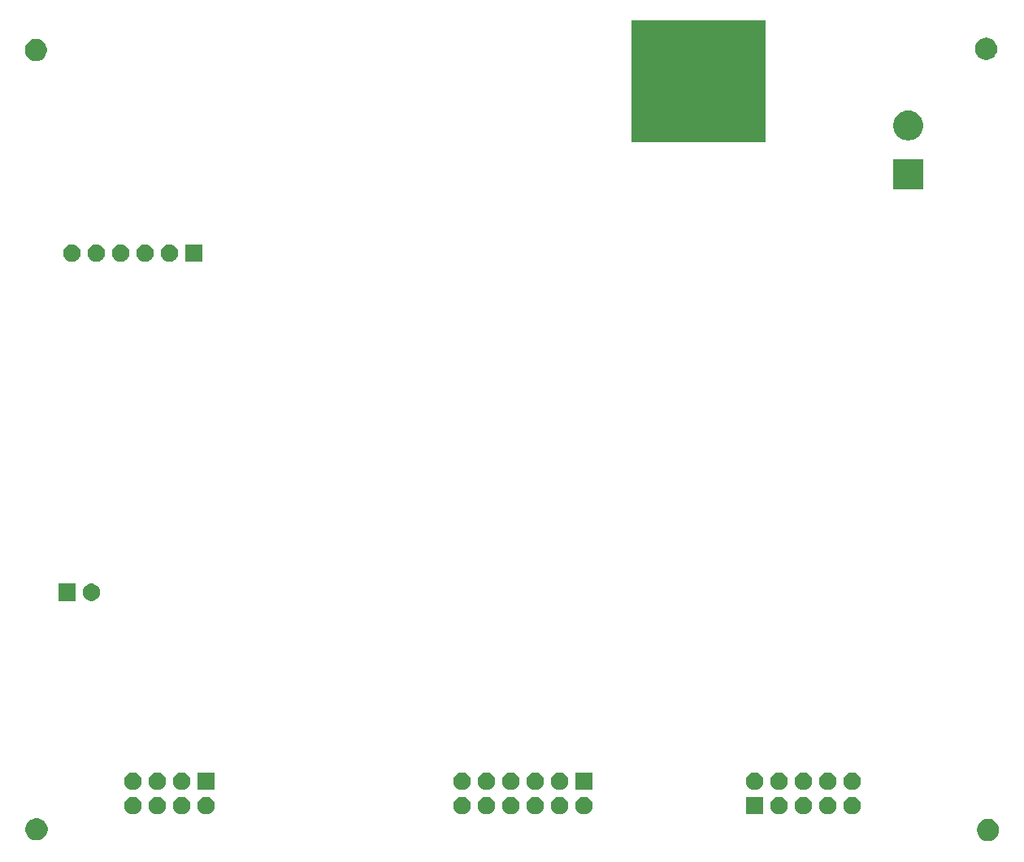
<source format=gbr>
G04 #@! TF.GenerationSoftware,KiCad,Pcbnew,5.1.5-52549c5~84~ubuntu18.04.1*
G04 #@! TF.CreationDate,2020-03-15T18:43:17+00:00*
G04 #@! TF.ProjectId,FunctionGeneratorCortexM4,46756e63-7469-46f6-9e47-656e65726174,B*
G04 #@! TF.SameCoordinates,Original*
G04 #@! TF.FileFunction,Soldermask,Bot*
G04 #@! TF.FilePolarity,Negative*
%FSLAX46Y46*%
G04 Gerber Fmt 4.6, Leading zero omitted, Abs format (unit mm)*
G04 Created by KiCad (PCBNEW 5.1.5-52549c5~84~ubuntu18.04.1) date 2020-03-15 18:43:17*
%MOMM*%
%LPD*%
G04 APERTURE LIST*
%ADD10C,0.100000*%
G04 APERTURE END LIST*
D10*
G36*
X202345049Y-128411116D02*
G01*
X202456234Y-128433232D01*
X202665703Y-128519997D01*
X202854220Y-128645960D01*
X203014540Y-128806280D01*
X203140503Y-128994797D01*
X203227268Y-129204266D01*
X203271500Y-129426636D01*
X203271500Y-129653364D01*
X203227268Y-129875734D01*
X203140503Y-130085203D01*
X203014540Y-130273720D01*
X202854220Y-130434040D01*
X202665703Y-130560003D01*
X202456234Y-130646768D01*
X202345049Y-130668884D01*
X202233865Y-130691000D01*
X202007135Y-130691000D01*
X201895951Y-130668884D01*
X201784766Y-130646768D01*
X201575297Y-130560003D01*
X201386780Y-130434040D01*
X201226460Y-130273720D01*
X201100497Y-130085203D01*
X201013732Y-129875734D01*
X200969500Y-129653364D01*
X200969500Y-129426636D01*
X201013732Y-129204266D01*
X201100497Y-128994797D01*
X201226460Y-128806280D01*
X201386780Y-128645960D01*
X201575297Y-128519997D01*
X201784766Y-128433232D01*
X201895951Y-128411116D01*
X202007135Y-128389000D01*
X202233865Y-128389000D01*
X202345049Y-128411116D01*
G37*
G36*
X103221549Y-128347616D02*
G01*
X103332734Y-128369732D01*
X103542203Y-128456497D01*
X103730720Y-128582460D01*
X103891040Y-128742780D01*
X104017003Y-128931297D01*
X104103768Y-129140766D01*
X104148000Y-129363136D01*
X104148000Y-129589864D01*
X104103768Y-129812234D01*
X104017003Y-130021703D01*
X103891040Y-130210220D01*
X103730720Y-130370540D01*
X103542203Y-130496503D01*
X103332734Y-130583268D01*
X103221549Y-130605384D01*
X103110365Y-130627500D01*
X102883635Y-130627500D01*
X102772451Y-130605384D01*
X102661266Y-130583268D01*
X102451797Y-130496503D01*
X102263280Y-130370540D01*
X102102960Y-130210220D01*
X101976997Y-130021703D01*
X101890232Y-129812234D01*
X101846000Y-129589864D01*
X101846000Y-129363136D01*
X101890232Y-129140766D01*
X101976997Y-128931297D01*
X102102960Y-128742780D01*
X102263280Y-128582460D01*
X102451797Y-128456497D01*
X102661266Y-128369732D01*
X102772451Y-128347616D01*
X102883635Y-128325500D01*
X103110365Y-128325500D01*
X103221549Y-128347616D01*
G37*
G36*
X178714600Y-127914600D02*
G01*
X176885400Y-127914600D01*
X176885400Y-126085400D01*
X178714600Y-126085400D01*
X178714600Y-127914600D01*
G37*
G36*
X120916778Y-126120547D02*
G01*
X121083224Y-126189491D01*
X121233022Y-126289583D01*
X121360417Y-126416978D01*
X121460509Y-126566776D01*
X121529453Y-126733222D01*
X121564600Y-126909918D01*
X121564600Y-127090082D01*
X121529453Y-127266778D01*
X121460509Y-127433224D01*
X121360417Y-127583022D01*
X121233022Y-127710417D01*
X121083224Y-127810509D01*
X120916778Y-127879453D01*
X120740082Y-127914600D01*
X120559918Y-127914600D01*
X120383222Y-127879453D01*
X120216776Y-127810509D01*
X120066978Y-127710417D01*
X119939583Y-127583022D01*
X119839491Y-127433224D01*
X119770547Y-127266778D01*
X119735400Y-127090082D01*
X119735400Y-126909918D01*
X119770547Y-126733222D01*
X119839491Y-126566776D01*
X119939583Y-126416978D01*
X120066978Y-126289583D01*
X120216776Y-126189491D01*
X120383222Y-126120547D01*
X120559918Y-126085400D01*
X120740082Y-126085400D01*
X120916778Y-126120547D01*
G37*
G36*
X188226778Y-126120547D02*
G01*
X188393224Y-126189491D01*
X188543022Y-126289583D01*
X188670417Y-126416978D01*
X188770509Y-126566776D01*
X188839453Y-126733222D01*
X188874600Y-126909918D01*
X188874600Y-127090082D01*
X188839453Y-127266778D01*
X188770509Y-127433224D01*
X188670417Y-127583022D01*
X188543022Y-127710417D01*
X188393224Y-127810509D01*
X188226778Y-127879453D01*
X188050082Y-127914600D01*
X187869918Y-127914600D01*
X187693222Y-127879453D01*
X187526776Y-127810509D01*
X187376978Y-127710417D01*
X187249583Y-127583022D01*
X187149491Y-127433224D01*
X187080547Y-127266778D01*
X187045400Y-127090082D01*
X187045400Y-126909918D01*
X187080547Y-126733222D01*
X187149491Y-126566776D01*
X187249583Y-126416978D01*
X187376978Y-126289583D01*
X187526776Y-126189491D01*
X187693222Y-126120547D01*
X187869918Y-126085400D01*
X188050082Y-126085400D01*
X188226778Y-126120547D01*
G37*
G36*
X183146778Y-126120547D02*
G01*
X183313224Y-126189491D01*
X183463022Y-126289583D01*
X183590417Y-126416978D01*
X183690509Y-126566776D01*
X183759453Y-126733222D01*
X183794600Y-126909918D01*
X183794600Y-127090082D01*
X183759453Y-127266778D01*
X183690509Y-127433224D01*
X183590417Y-127583022D01*
X183463022Y-127710417D01*
X183313224Y-127810509D01*
X183146778Y-127879453D01*
X182970082Y-127914600D01*
X182789918Y-127914600D01*
X182613222Y-127879453D01*
X182446776Y-127810509D01*
X182296978Y-127710417D01*
X182169583Y-127583022D01*
X182069491Y-127433224D01*
X182000547Y-127266778D01*
X181965400Y-127090082D01*
X181965400Y-126909918D01*
X182000547Y-126733222D01*
X182069491Y-126566776D01*
X182169583Y-126416978D01*
X182296978Y-126289583D01*
X182446776Y-126189491D01*
X182613222Y-126120547D01*
X182789918Y-126085400D01*
X182970082Y-126085400D01*
X183146778Y-126120547D01*
G37*
G36*
X180606778Y-126120547D02*
G01*
X180773224Y-126189491D01*
X180923022Y-126289583D01*
X181050417Y-126416978D01*
X181150509Y-126566776D01*
X181219453Y-126733222D01*
X181254600Y-126909918D01*
X181254600Y-127090082D01*
X181219453Y-127266778D01*
X181150509Y-127433224D01*
X181050417Y-127583022D01*
X180923022Y-127710417D01*
X180773224Y-127810509D01*
X180606778Y-127879453D01*
X180430082Y-127914600D01*
X180249918Y-127914600D01*
X180073222Y-127879453D01*
X179906776Y-127810509D01*
X179756978Y-127710417D01*
X179629583Y-127583022D01*
X179529491Y-127433224D01*
X179460547Y-127266778D01*
X179425400Y-127090082D01*
X179425400Y-126909918D01*
X179460547Y-126733222D01*
X179529491Y-126566776D01*
X179629583Y-126416978D01*
X179756978Y-126289583D01*
X179906776Y-126189491D01*
X180073222Y-126120547D01*
X180249918Y-126085400D01*
X180430082Y-126085400D01*
X180606778Y-126120547D01*
G37*
G36*
X147586778Y-126120547D02*
G01*
X147753224Y-126189491D01*
X147903022Y-126289583D01*
X148030417Y-126416978D01*
X148130509Y-126566776D01*
X148199453Y-126733222D01*
X148234600Y-126909918D01*
X148234600Y-127090082D01*
X148199453Y-127266778D01*
X148130509Y-127433224D01*
X148030417Y-127583022D01*
X147903022Y-127710417D01*
X147753224Y-127810509D01*
X147586778Y-127879453D01*
X147410082Y-127914600D01*
X147229918Y-127914600D01*
X147053222Y-127879453D01*
X146886776Y-127810509D01*
X146736978Y-127710417D01*
X146609583Y-127583022D01*
X146509491Y-127433224D01*
X146440547Y-127266778D01*
X146405400Y-127090082D01*
X146405400Y-126909918D01*
X146440547Y-126733222D01*
X146509491Y-126566776D01*
X146609583Y-126416978D01*
X146736978Y-126289583D01*
X146886776Y-126189491D01*
X147053222Y-126120547D01*
X147229918Y-126085400D01*
X147410082Y-126085400D01*
X147586778Y-126120547D01*
G37*
G36*
X150126778Y-126120547D02*
G01*
X150293224Y-126189491D01*
X150443022Y-126289583D01*
X150570417Y-126416978D01*
X150670509Y-126566776D01*
X150739453Y-126733222D01*
X150774600Y-126909918D01*
X150774600Y-127090082D01*
X150739453Y-127266778D01*
X150670509Y-127433224D01*
X150570417Y-127583022D01*
X150443022Y-127710417D01*
X150293224Y-127810509D01*
X150126778Y-127879453D01*
X149950082Y-127914600D01*
X149769918Y-127914600D01*
X149593222Y-127879453D01*
X149426776Y-127810509D01*
X149276978Y-127710417D01*
X149149583Y-127583022D01*
X149049491Y-127433224D01*
X148980547Y-127266778D01*
X148945400Y-127090082D01*
X148945400Y-126909918D01*
X148980547Y-126733222D01*
X149049491Y-126566776D01*
X149149583Y-126416978D01*
X149276978Y-126289583D01*
X149426776Y-126189491D01*
X149593222Y-126120547D01*
X149769918Y-126085400D01*
X149950082Y-126085400D01*
X150126778Y-126120547D01*
G37*
G36*
X152666778Y-126120547D02*
G01*
X152833224Y-126189491D01*
X152983022Y-126289583D01*
X153110417Y-126416978D01*
X153210509Y-126566776D01*
X153279453Y-126733222D01*
X153314600Y-126909918D01*
X153314600Y-127090082D01*
X153279453Y-127266778D01*
X153210509Y-127433224D01*
X153110417Y-127583022D01*
X152983022Y-127710417D01*
X152833224Y-127810509D01*
X152666778Y-127879453D01*
X152490082Y-127914600D01*
X152309918Y-127914600D01*
X152133222Y-127879453D01*
X151966776Y-127810509D01*
X151816978Y-127710417D01*
X151689583Y-127583022D01*
X151589491Y-127433224D01*
X151520547Y-127266778D01*
X151485400Y-127090082D01*
X151485400Y-126909918D01*
X151520547Y-126733222D01*
X151589491Y-126566776D01*
X151689583Y-126416978D01*
X151816978Y-126289583D01*
X151966776Y-126189491D01*
X152133222Y-126120547D01*
X152309918Y-126085400D01*
X152490082Y-126085400D01*
X152666778Y-126120547D01*
G37*
G36*
X155206778Y-126120547D02*
G01*
X155373224Y-126189491D01*
X155523022Y-126289583D01*
X155650417Y-126416978D01*
X155750509Y-126566776D01*
X155819453Y-126733222D01*
X155854600Y-126909918D01*
X155854600Y-127090082D01*
X155819453Y-127266778D01*
X155750509Y-127433224D01*
X155650417Y-127583022D01*
X155523022Y-127710417D01*
X155373224Y-127810509D01*
X155206778Y-127879453D01*
X155030082Y-127914600D01*
X154849918Y-127914600D01*
X154673222Y-127879453D01*
X154506776Y-127810509D01*
X154356978Y-127710417D01*
X154229583Y-127583022D01*
X154129491Y-127433224D01*
X154060547Y-127266778D01*
X154025400Y-127090082D01*
X154025400Y-126909918D01*
X154060547Y-126733222D01*
X154129491Y-126566776D01*
X154229583Y-126416978D01*
X154356978Y-126289583D01*
X154506776Y-126189491D01*
X154673222Y-126120547D01*
X154849918Y-126085400D01*
X155030082Y-126085400D01*
X155206778Y-126120547D01*
G37*
G36*
X157746778Y-126120547D02*
G01*
X157913224Y-126189491D01*
X158063022Y-126289583D01*
X158190417Y-126416978D01*
X158290509Y-126566776D01*
X158359453Y-126733222D01*
X158394600Y-126909918D01*
X158394600Y-127090082D01*
X158359453Y-127266778D01*
X158290509Y-127433224D01*
X158190417Y-127583022D01*
X158063022Y-127710417D01*
X157913224Y-127810509D01*
X157746778Y-127879453D01*
X157570082Y-127914600D01*
X157389918Y-127914600D01*
X157213222Y-127879453D01*
X157046776Y-127810509D01*
X156896978Y-127710417D01*
X156769583Y-127583022D01*
X156669491Y-127433224D01*
X156600547Y-127266778D01*
X156565400Y-127090082D01*
X156565400Y-126909918D01*
X156600547Y-126733222D01*
X156669491Y-126566776D01*
X156769583Y-126416978D01*
X156896978Y-126289583D01*
X157046776Y-126189491D01*
X157213222Y-126120547D01*
X157389918Y-126085400D01*
X157570082Y-126085400D01*
X157746778Y-126120547D01*
G37*
G36*
X160286778Y-126120547D02*
G01*
X160453224Y-126189491D01*
X160603022Y-126289583D01*
X160730417Y-126416978D01*
X160830509Y-126566776D01*
X160899453Y-126733222D01*
X160934600Y-126909918D01*
X160934600Y-127090082D01*
X160899453Y-127266778D01*
X160830509Y-127433224D01*
X160730417Y-127583022D01*
X160603022Y-127710417D01*
X160453224Y-127810509D01*
X160286778Y-127879453D01*
X160110082Y-127914600D01*
X159929918Y-127914600D01*
X159753222Y-127879453D01*
X159586776Y-127810509D01*
X159436978Y-127710417D01*
X159309583Y-127583022D01*
X159209491Y-127433224D01*
X159140547Y-127266778D01*
X159105400Y-127090082D01*
X159105400Y-126909918D01*
X159140547Y-126733222D01*
X159209491Y-126566776D01*
X159309583Y-126416978D01*
X159436978Y-126289583D01*
X159586776Y-126189491D01*
X159753222Y-126120547D01*
X159929918Y-126085400D01*
X160110082Y-126085400D01*
X160286778Y-126120547D01*
G37*
G36*
X113296778Y-126120547D02*
G01*
X113463224Y-126189491D01*
X113613022Y-126289583D01*
X113740417Y-126416978D01*
X113840509Y-126566776D01*
X113909453Y-126733222D01*
X113944600Y-126909918D01*
X113944600Y-127090082D01*
X113909453Y-127266778D01*
X113840509Y-127433224D01*
X113740417Y-127583022D01*
X113613022Y-127710417D01*
X113463224Y-127810509D01*
X113296778Y-127879453D01*
X113120082Y-127914600D01*
X112939918Y-127914600D01*
X112763222Y-127879453D01*
X112596776Y-127810509D01*
X112446978Y-127710417D01*
X112319583Y-127583022D01*
X112219491Y-127433224D01*
X112150547Y-127266778D01*
X112115400Y-127090082D01*
X112115400Y-126909918D01*
X112150547Y-126733222D01*
X112219491Y-126566776D01*
X112319583Y-126416978D01*
X112446978Y-126289583D01*
X112596776Y-126189491D01*
X112763222Y-126120547D01*
X112939918Y-126085400D01*
X113120082Y-126085400D01*
X113296778Y-126120547D01*
G37*
G36*
X115836778Y-126120547D02*
G01*
X116003224Y-126189491D01*
X116153022Y-126289583D01*
X116280417Y-126416978D01*
X116380509Y-126566776D01*
X116449453Y-126733222D01*
X116484600Y-126909918D01*
X116484600Y-127090082D01*
X116449453Y-127266778D01*
X116380509Y-127433224D01*
X116280417Y-127583022D01*
X116153022Y-127710417D01*
X116003224Y-127810509D01*
X115836778Y-127879453D01*
X115660082Y-127914600D01*
X115479918Y-127914600D01*
X115303222Y-127879453D01*
X115136776Y-127810509D01*
X114986978Y-127710417D01*
X114859583Y-127583022D01*
X114759491Y-127433224D01*
X114690547Y-127266778D01*
X114655400Y-127090082D01*
X114655400Y-126909918D01*
X114690547Y-126733222D01*
X114759491Y-126566776D01*
X114859583Y-126416978D01*
X114986978Y-126289583D01*
X115136776Y-126189491D01*
X115303222Y-126120547D01*
X115479918Y-126085400D01*
X115660082Y-126085400D01*
X115836778Y-126120547D01*
G37*
G36*
X185686778Y-126120547D02*
G01*
X185853224Y-126189491D01*
X186003022Y-126289583D01*
X186130417Y-126416978D01*
X186230509Y-126566776D01*
X186299453Y-126733222D01*
X186334600Y-126909918D01*
X186334600Y-127090082D01*
X186299453Y-127266778D01*
X186230509Y-127433224D01*
X186130417Y-127583022D01*
X186003022Y-127710417D01*
X185853224Y-127810509D01*
X185686778Y-127879453D01*
X185510082Y-127914600D01*
X185329918Y-127914600D01*
X185153222Y-127879453D01*
X184986776Y-127810509D01*
X184836978Y-127710417D01*
X184709583Y-127583022D01*
X184609491Y-127433224D01*
X184540547Y-127266778D01*
X184505400Y-127090082D01*
X184505400Y-126909918D01*
X184540547Y-126733222D01*
X184609491Y-126566776D01*
X184709583Y-126416978D01*
X184836978Y-126289583D01*
X184986776Y-126189491D01*
X185153222Y-126120547D01*
X185329918Y-126085400D01*
X185510082Y-126085400D01*
X185686778Y-126120547D01*
G37*
G36*
X118376778Y-126120547D02*
G01*
X118543224Y-126189491D01*
X118693022Y-126289583D01*
X118820417Y-126416978D01*
X118920509Y-126566776D01*
X118989453Y-126733222D01*
X119024600Y-126909918D01*
X119024600Y-127090082D01*
X118989453Y-127266778D01*
X118920509Y-127433224D01*
X118820417Y-127583022D01*
X118693022Y-127710417D01*
X118543224Y-127810509D01*
X118376778Y-127879453D01*
X118200082Y-127914600D01*
X118019918Y-127914600D01*
X117843222Y-127879453D01*
X117676776Y-127810509D01*
X117526978Y-127710417D01*
X117399583Y-127583022D01*
X117299491Y-127433224D01*
X117230547Y-127266778D01*
X117195400Y-127090082D01*
X117195400Y-126909918D01*
X117230547Y-126733222D01*
X117299491Y-126566776D01*
X117399583Y-126416978D01*
X117526978Y-126289583D01*
X117676776Y-126189491D01*
X117843222Y-126120547D01*
X118019918Y-126085400D01*
X118200082Y-126085400D01*
X118376778Y-126120547D01*
G37*
G36*
X147586778Y-123580547D02*
G01*
X147753224Y-123649491D01*
X147903022Y-123749583D01*
X148030417Y-123876978D01*
X148130509Y-124026776D01*
X148199453Y-124193222D01*
X148234600Y-124369918D01*
X148234600Y-124550082D01*
X148199453Y-124726778D01*
X148130509Y-124893224D01*
X148030417Y-125043022D01*
X147903022Y-125170417D01*
X147753224Y-125270509D01*
X147586778Y-125339453D01*
X147410082Y-125374600D01*
X147229918Y-125374600D01*
X147053222Y-125339453D01*
X146886776Y-125270509D01*
X146736978Y-125170417D01*
X146609583Y-125043022D01*
X146509491Y-124893224D01*
X146440547Y-124726778D01*
X146405400Y-124550082D01*
X146405400Y-124369918D01*
X146440547Y-124193222D01*
X146509491Y-124026776D01*
X146609583Y-123876978D01*
X146736978Y-123749583D01*
X146886776Y-123649491D01*
X147053222Y-123580547D01*
X147229918Y-123545400D01*
X147410082Y-123545400D01*
X147586778Y-123580547D01*
G37*
G36*
X185686778Y-123580547D02*
G01*
X185853224Y-123649491D01*
X186003022Y-123749583D01*
X186130417Y-123876978D01*
X186230509Y-124026776D01*
X186299453Y-124193222D01*
X186334600Y-124369918D01*
X186334600Y-124550082D01*
X186299453Y-124726778D01*
X186230509Y-124893224D01*
X186130417Y-125043022D01*
X186003022Y-125170417D01*
X185853224Y-125270509D01*
X185686778Y-125339453D01*
X185510082Y-125374600D01*
X185329918Y-125374600D01*
X185153222Y-125339453D01*
X184986776Y-125270509D01*
X184836978Y-125170417D01*
X184709583Y-125043022D01*
X184609491Y-124893224D01*
X184540547Y-124726778D01*
X184505400Y-124550082D01*
X184505400Y-124369918D01*
X184540547Y-124193222D01*
X184609491Y-124026776D01*
X184709583Y-123876978D01*
X184836978Y-123749583D01*
X184986776Y-123649491D01*
X185153222Y-123580547D01*
X185329918Y-123545400D01*
X185510082Y-123545400D01*
X185686778Y-123580547D01*
G37*
G36*
X118376778Y-123580547D02*
G01*
X118543224Y-123649491D01*
X118693022Y-123749583D01*
X118820417Y-123876978D01*
X118920509Y-124026776D01*
X118989453Y-124193222D01*
X119024600Y-124369918D01*
X119024600Y-124550082D01*
X118989453Y-124726778D01*
X118920509Y-124893224D01*
X118820417Y-125043022D01*
X118693022Y-125170417D01*
X118543224Y-125270509D01*
X118376778Y-125339453D01*
X118200082Y-125374600D01*
X118019918Y-125374600D01*
X117843222Y-125339453D01*
X117676776Y-125270509D01*
X117526978Y-125170417D01*
X117399583Y-125043022D01*
X117299491Y-124893224D01*
X117230547Y-124726778D01*
X117195400Y-124550082D01*
X117195400Y-124369918D01*
X117230547Y-124193222D01*
X117299491Y-124026776D01*
X117399583Y-123876978D01*
X117526978Y-123749583D01*
X117676776Y-123649491D01*
X117843222Y-123580547D01*
X118019918Y-123545400D01*
X118200082Y-123545400D01*
X118376778Y-123580547D01*
G37*
G36*
X121564600Y-125374600D02*
G01*
X119735400Y-125374600D01*
X119735400Y-123545400D01*
X121564600Y-123545400D01*
X121564600Y-125374600D01*
G37*
G36*
X115836778Y-123580547D02*
G01*
X116003224Y-123649491D01*
X116153022Y-123749583D01*
X116280417Y-123876978D01*
X116380509Y-124026776D01*
X116449453Y-124193222D01*
X116484600Y-124369918D01*
X116484600Y-124550082D01*
X116449453Y-124726778D01*
X116380509Y-124893224D01*
X116280417Y-125043022D01*
X116153022Y-125170417D01*
X116003224Y-125270509D01*
X115836778Y-125339453D01*
X115660082Y-125374600D01*
X115479918Y-125374600D01*
X115303222Y-125339453D01*
X115136776Y-125270509D01*
X114986978Y-125170417D01*
X114859583Y-125043022D01*
X114759491Y-124893224D01*
X114690547Y-124726778D01*
X114655400Y-124550082D01*
X114655400Y-124369918D01*
X114690547Y-124193222D01*
X114759491Y-124026776D01*
X114859583Y-123876978D01*
X114986978Y-123749583D01*
X115136776Y-123649491D01*
X115303222Y-123580547D01*
X115479918Y-123545400D01*
X115660082Y-123545400D01*
X115836778Y-123580547D01*
G37*
G36*
X113296778Y-123580547D02*
G01*
X113463224Y-123649491D01*
X113613022Y-123749583D01*
X113740417Y-123876978D01*
X113840509Y-124026776D01*
X113909453Y-124193222D01*
X113944600Y-124369918D01*
X113944600Y-124550082D01*
X113909453Y-124726778D01*
X113840509Y-124893224D01*
X113740417Y-125043022D01*
X113613022Y-125170417D01*
X113463224Y-125270509D01*
X113296778Y-125339453D01*
X113120082Y-125374600D01*
X112939918Y-125374600D01*
X112763222Y-125339453D01*
X112596776Y-125270509D01*
X112446978Y-125170417D01*
X112319583Y-125043022D01*
X112219491Y-124893224D01*
X112150547Y-124726778D01*
X112115400Y-124550082D01*
X112115400Y-124369918D01*
X112150547Y-124193222D01*
X112219491Y-124026776D01*
X112319583Y-123876978D01*
X112446978Y-123749583D01*
X112596776Y-123649491D01*
X112763222Y-123580547D01*
X112939918Y-123545400D01*
X113120082Y-123545400D01*
X113296778Y-123580547D01*
G37*
G36*
X160934600Y-125374600D02*
G01*
X159105400Y-125374600D01*
X159105400Y-123545400D01*
X160934600Y-123545400D01*
X160934600Y-125374600D01*
G37*
G36*
X157746778Y-123580547D02*
G01*
X157913224Y-123649491D01*
X158063022Y-123749583D01*
X158190417Y-123876978D01*
X158290509Y-124026776D01*
X158359453Y-124193222D01*
X158394600Y-124369918D01*
X158394600Y-124550082D01*
X158359453Y-124726778D01*
X158290509Y-124893224D01*
X158190417Y-125043022D01*
X158063022Y-125170417D01*
X157913224Y-125270509D01*
X157746778Y-125339453D01*
X157570082Y-125374600D01*
X157389918Y-125374600D01*
X157213222Y-125339453D01*
X157046776Y-125270509D01*
X156896978Y-125170417D01*
X156769583Y-125043022D01*
X156669491Y-124893224D01*
X156600547Y-124726778D01*
X156565400Y-124550082D01*
X156565400Y-124369918D01*
X156600547Y-124193222D01*
X156669491Y-124026776D01*
X156769583Y-123876978D01*
X156896978Y-123749583D01*
X157046776Y-123649491D01*
X157213222Y-123580547D01*
X157389918Y-123545400D01*
X157570082Y-123545400D01*
X157746778Y-123580547D01*
G37*
G36*
X152666778Y-123580547D02*
G01*
X152833224Y-123649491D01*
X152983022Y-123749583D01*
X153110417Y-123876978D01*
X153210509Y-124026776D01*
X153279453Y-124193222D01*
X153314600Y-124369918D01*
X153314600Y-124550082D01*
X153279453Y-124726778D01*
X153210509Y-124893224D01*
X153110417Y-125043022D01*
X152983022Y-125170417D01*
X152833224Y-125270509D01*
X152666778Y-125339453D01*
X152490082Y-125374600D01*
X152309918Y-125374600D01*
X152133222Y-125339453D01*
X151966776Y-125270509D01*
X151816978Y-125170417D01*
X151689583Y-125043022D01*
X151589491Y-124893224D01*
X151520547Y-124726778D01*
X151485400Y-124550082D01*
X151485400Y-124369918D01*
X151520547Y-124193222D01*
X151589491Y-124026776D01*
X151689583Y-123876978D01*
X151816978Y-123749583D01*
X151966776Y-123649491D01*
X152133222Y-123580547D01*
X152309918Y-123545400D01*
X152490082Y-123545400D01*
X152666778Y-123580547D01*
G37*
G36*
X188226778Y-123580547D02*
G01*
X188393224Y-123649491D01*
X188543022Y-123749583D01*
X188670417Y-123876978D01*
X188770509Y-124026776D01*
X188839453Y-124193222D01*
X188874600Y-124369918D01*
X188874600Y-124550082D01*
X188839453Y-124726778D01*
X188770509Y-124893224D01*
X188670417Y-125043022D01*
X188543022Y-125170417D01*
X188393224Y-125270509D01*
X188226778Y-125339453D01*
X188050082Y-125374600D01*
X187869918Y-125374600D01*
X187693222Y-125339453D01*
X187526776Y-125270509D01*
X187376978Y-125170417D01*
X187249583Y-125043022D01*
X187149491Y-124893224D01*
X187080547Y-124726778D01*
X187045400Y-124550082D01*
X187045400Y-124369918D01*
X187080547Y-124193222D01*
X187149491Y-124026776D01*
X187249583Y-123876978D01*
X187376978Y-123749583D01*
X187526776Y-123649491D01*
X187693222Y-123580547D01*
X187869918Y-123545400D01*
X188050082Y-123545400D01*
X188226778Y-123580547D01*
G37*
G36*
X183146778Y-123580547D02*
G01*
X183313224Y-123649491D01*
X183463022Y-123749583D01*
X183590417Y-123876978D01*
X183690509Y-124026776D01*
X183759453Y-124193222D01*
X183794600Y-124369918D01*
X183794600Y-124550082D01*
X183759453Y-124726778D01*
X183690509Y-124893224D01*
X183590417Y-125043022D01*
X183463022Y-125170417D01*
X183313224Y-125270509D01*
X183146778Y-125339453D01*
X182970082Y-125374600D01*
X182789918Y-125374600D01*
X182613222Y-125339453D01*
X182446776Y-125270509D01*
X182296978Y-125170417D01*
X182169583Y-125043022D01*
X182069491Y-124893224D01*
X182000547Y-124726778D01*
X181965400Y-124550082D01*
X181965400Y-124369918D01*
X182000547Y-124193222D01*
X182069491Y-124026776D01*
X182169583Y-123876978D01*
X182296978Y-123749583D01*
X182446776Y-123649491D01*
X182613222Y-123580547D01*
X182789918Y-123545400D01*
X182970082Y-123545400D01*
X183146778Y-123580547D01*
G37*
G36*
X178066778Y-123580547D02*
G01*
X178233224Y-123649491D01*
X178383022Y-123749583D01*
X178510417Y-123876978D01*
X178610509Y-124026776D01*
X178679453Y-124193222D01*
X178714600Y-124369918D01*
X178714600Y-124550082D01*
X178679453Y-124726778D01*
X178610509Y-124893224D01*
X178510417Y-125043022D01*
X178383022Y-125170417D01*
X178233224Y-125270509D01*
X178066778Y-125339453D01*
X177890082Y-125374600D01*
X177709918Y-125374600D01*
X177533222Y-125339453D01*
X177366776Y-125270509D01*
X177216978Y-125170417D01*
X177089583Y-125043022D01*
X176989491Y-124893224D01*
X176920547Y-124726778D01*
X176885400Y-124550082D01*
X176885400Y-124369918D01*
X176920547Y-124193222D01*
X176989491Y-124026776D01*
X177089583Y-123876978D01*
X177216978Y-123749583D01*
X177366776Y-123649491D01*
X177533222Y-123580547D01*
X177709918Y-123545400D01*
X177890082Y-123545400D01*
X178066778Y-123580547D01*
G37*
G36*
X180606778Y-123580547D02*
G01*
X180773224Y-123649491D01*
X180923022Y-123749583D01*
X181050417Y-123876978D01*
X181150509Y-124026776D01*
X181219453Y-124193222D01*
X181254600Y-124369918D01*
X181254600Y-124550082D01*
X181219453Y-124726778D01*
X181150509Y-124893224D01*
X181050417Y-125043022D01*
X180923022Y-125170417D01*
X180773224Y-125270509D01*
X180606778Y-125339453D01*
X180430082Y-125374600D01*
X180249918Y-125374600D01*
X180073222Y-125339453D01*
X179906776Y-125270509D01*
X179756978Y-125170417D01*
X179629583Y-125043022D01*
X179529491Y-124893224D01*
X179460547Y-124726778D01*
X179425400Y-124550082D01*
X179425400Y-124369918D01*
X179460547Y-124193222D01*
X179529491Y-124026776D01*
X179629583Y-123876978D01*
X179756978Y-123749583D01*
X179906776Y-123649491D01*
X180073222Y-123580547D01*
X180249918Y-123545400D01*
X180430082Y-123545400D01*
X180606778Y-123580547D01*
G37*
G36*
X150126778Y-123580547D02*
G01*
X150293224Y-123649491D01*
X150443022Y-123749583D01*
X150570417Y-123876978D01*
X150670509Y-124026776D01*
X150739453Y-124193222D01*
X150774600Y-124369918D01*
X150774600Y-124550082D01*
X150739453Y-124726778D01*
X150670509Y-124893224D01*
X150570417Y-125043022D01*
X150443022Y-125170417D01*
X150293224Y-125270509D01*
X150126778Y-125339453D01*
X149950082Y-125374600D01*
X149769918Y-125374600D01*
X149593222Y-125339453D01*
X149426776Y-125270509D01*
X149276978Y-125170417D01*
X149149583Y-125043022D01*
X149049491Y-124893224D01*
X148980547Y-124726778D01*
X148945400Y-124550082D01*
X148945400Y-124369918D01*
X148980547Y-124193222D01*
X149049491Y-124026776D01*
X149149583Y-123876978D01*
X149276978Y-123749583D01*
X149426776Y-123649491D01*
X149593222Y-123580547D01*
X149769918Y-123545400D01*
X149950082Y-123545400D01*
X150126778Y-123580547D01*
G37*
G36*
X155206778Y-123580547D02*
G01*
X155373224Y-123649491D01*
X155523022Y-123749583D01*
X155650417Y-123876978D01*
X155750509Y-124026776D01*
X155819453Y-124193222D01*
X155854600Y-124369918D01*
X155854600Y-124550082D01*
X155819453Y-124726778D01*
X155750509Y-124893224D01*
X155650417Y-125043022D01*
X155523022Y-125170417D01*
X155373224Y-125270509D01*
X155206778Y-125339453D01*
X155030082Y-125374600D01*
X154849918Y-125374600D01*
X154673222Y-125339453D01*
X154506776Y-125270509D01*
X154356978Y-125170417D01*
X154229583Y-125043022D01*
X154129491Y-124893224D01*
X154060547Y-124726778D01*
X154025400Y-124550082D01*
X154025400Y-124369918D01*
X154060547Y-124193222D01*
X154129491Y-124026776D01*
X154229583Y-123876978D01*
X154356978Y-123749583D01*
X154506776Y-123649491D01*
X154673222Y-123580547D01*
X154849918Y-123545400D01*
X155030082Y-123545400D01*
X155206778Y-123580547D01*
G37*
G36*
X107073000Y-105676000D02*
G01*
X105271000Y-105676000D01*
X105271000Y-103874000D01*
X107073000Y-103874000D01*
X107073000Y-105676000D01*
G37*
G36*
X108825512Y-103878927D02*
G01*
X108974812Y-103908624D01*
X109138784Y-103976544D01*
X109286354Y-104075147D01*
X109411853Y-104200646D01*
X109510456Y-104348216D01*
X109578376Y-104512188D01*
X109613000Y-104686259D01*
X109613000Y-104863741D01*
X109578376Y-105037812D01*
X109510456Y-105201784D01*
X109411853Y-105349354D01*
X109286354Y-105474853D01*
X109138784Y-105573456D01*
X108974812Y-105641376D01*
X108825512Y-105671073D01*
X108800742Y-105676000D01*
X108623258Y-105676000D01*
X108598488Y-105671073D01*
X108449188Y-105641376D01*
X108285216Y-105573456D01*
X108137646Y-105474853D01*
X108012147Y-105349354D01*
X107913544Y-105201784D01*
X107845624Y-105037812D01*
X107811000Y-104863741D01*
X107811000Y-104686259D01*
X107845624Y-104512188D01*
X107913544Y-104348216D01*
X108012147Y-104200646D01*
X108137646Y-104075147D01*
X108285216Y-103976544D01*
X108449188Y-103908624D01*
X108598488Y-103878927D01*
X108623258Y-103874000D01*
X108800742Y-103874000D01*
X108825512Y-103878927D01*
G37*
G36*
X106793512Y-68522127D02*
G01*
X106942812Y-68551824D01*
X107106784Y-68619744D01*
X107254354Y-68718347D01*
X107379853Y-68843846D01*
X107478456Y-68991416D01*
X107546376Y-69155388D01*
X107581000Y-69329459D01*
X107581000Y-69506941D01*
X107546376Y-69681012D01*
X107478456Y-69844984D01*
X107379853Y-69992554D01*
X107254354Y-70118053D01*
X107106784Y-70216656D01*
X106942812Y-70284576D01*
X106793512Y-70314273D01*
X106768742Y-70319200D01*
X106591258Y-70319200D01*
X106566488Y-70314273D01*
X106417188Y-70284576D01*
X106253216Y-70216656D01*
X106105646Y-70118053D01*
X105980147Y-69992554D01*
X105881544Y-69844984D01*
X105813624Y-69681012D01*
X105779000Y-69506941D01*
X105779000Y-69329459D01*
X105813624Y-69155388D01*
X105881544Y-68991416D01*
X105980147Y-68843846D01*
X106105646Y-68718347D01*
X106253216Y-68619744D01*
X106417188Y-68551824D01*
X106566488Y-68522127D01*
X106591258Y-68517200D01*
X106768742Y-68517200D01*
X106793512Y-68522127D01*
G37*
G36*
X114413512Y-68522127D02*
G01*
X114562812Y-68551824D01*
X114726784Y-68619744D01*
X114874354Y-68718347D01*
X114999853Y-68843846D01*
X115098456Y-68991416D01*
X115166376Y-69155388D01*
X115201000Y-69329459D01*
X115201000Y-69506941D01*
X115166376Y-69681012D01*
X115098456Y-69844984D01*
X114999853Y-69992554D01*
X114874354Y-70118053D01*
X114726784Y-70216656D01*
X114562812Y-70284576D01*
X114413512Y-70314273D01*
X114388742Y-70319200D01*
X114211258Y-70319200D01*
X114186488Y-70314273D01*
X114037188Y-70284576D01*
X113873216Y-70216656D01*
X113725646Y-70118053D01*
X113600147Y-69992554D01*
X113501544Y-69844984D01*
X113433624Y-69681012D01*
X113399000Y-69506941D01*
X113399000Y-69329459D01*
X113433624Y-69155388D01*
X113501544Y-68991416D01*
X113600147Y-68843846D01*
X113725646Y-68718347D01*
X113873216Y-68619744D01*
X114037188Y-68551824D01*
X114186488Y-68522127D01*
X114211258Y-68517200D01*
X114388742Y-68517200D01*
X114413512Y-68522127D01*
G37*
G36*
X111873512Y-68522127D02*
G01*
X112022812Y-68551824D01*
X112186784Y-68619744D01*
X112334354Y-68718347D01*
X112459853Y-68843846D01*
X112558456Y-68991416D01*
X112626376Y-69155388D01*
X112661000Y-69329459D01*
X112661000Y-69506941D01*
X112626376Y-69681012D01*
X112558456Y-69844984D01*
X112459853Y-69992554D01*
X112334354Y-70118053D01*
X112186784Y-70216656D01*
X112022812Y-70284576D01*
X111873512Y-70314273D01*
X111848742Y-70319200D01*
X111671258Y-70319200D01*
X111646488Y-70314273D01*
X111497188Y-70284576D01*
X111333216Y-70216656D01*
X111185646Y-70118053D01*
X111060147Y-69992554D01*
X110961544Y-69844984D01*
X110893624Y-69681012D01*
X110859000Y-69506941D01*
X110859000Y-69329459D01*
X110893624Y-69155388D01*
X110961544Y-68991416D01*
X111060147Y-68843846D01*
X111185646Y-68718347D01*
X111333216Y-68619744D01*
X111497188Y-68551824D01*
X111646488Y-68522127D01*
X111671258Y-68517200D01*
X111848742Y-68517200D01*
X111873512Y-68522127D01*
G37*
G36*
X116953512Y-68522127D02*
G01*
X117102812Y-68551824D01*
X117266784Y-68619744D01*
X117414354Y-68718347D01*
X117539853Y-68843846D01*
X117638456Y-68991416D01*
X117706376Y-69155388D01*
X117741000Y-69329459D01*
X117741000Y-69506941D01*
X117706376Y-69681012D01*
X117638456Y-69844984D01*
X117539853Y-69992554D01*
X117414354Y-70118053D01*
X117266784Y-70216656D01*
X117102812Y-70284576D01*
X116953512Y-70314273D01*
X116928742Y-70319200D01*
X116751258Y-70319200D01*
X116726488Y-70314273D01*
X116577188Y-70284576D01*
X116413216Y-70216656D01*
X116265646Y-70118053D01*
X116140147Y-69992554D01*
X116041544Y-69844984D01*
X115973624Y-69681012D01*
X115939000Y-69506941D01*
X115939000Y-69329459D01*
X115973624Y-69155388D01*
X116041544Y-68991416D01*
X116140147Y-68843846D01*
X116265646Y-68718347D01*
X116413216Y-68619744D01*
X116577188Y-68551824D01*
X116726488Y-68522127D01*
X116751258Y-68517200D01*
X116928742Y-68517200D01*
X116953512Y-68522127D01*
G37*
G36*
X120281000Y-70319200D02*
G01*
X118479000Y-70319200D01*
X118479000Y-68517200D01*
X120281000Y-68517200D01*
X120281000Y-70319200D01*
G37*
G36*
X109333512Y-68522127D02*
G01*
X109482812Y-68551824D01*
X109646784Y-68619744D01*
X109794354Y-68718347D01*
X109919853Y-68843846D01*
X110018456Y-68991416D01*
X110086376Y-69155388D01*
X110121000Y-69329459D01*
X110121000Y-69506941D01*
X110086376Y-69681012D01*
X110018456Y-69844984D01*
X109919853Y-69992554D01*
X109794354Y-70118053D01*
X109646784Y-70216656D01*
X109482812Y-70284576D01*
X109333512Y-70314273D01*
X109308742Y-70319200D01*
X109131258Y-70319200D01*
X109106488Y-70314273D01*
X108957188Y-70284576D01*
X108793216Y-70216656D01*
X108645646Y-70118053D01*
X108520147Y-69992554D01*
X108421544Y-69844984D01*
X108353624Y-69681012D01*
X108319000Y-69506941D01*
X108319000Y-69329459D01*
X108353624Y-69155388D01*
X108421544Y-68991416D01*
X108520147Y-68843846D01*
X108645646Y-68718347D01*
X108793216Y-68619744D01*
X108957188Y-68551824D01*
X109106488Y-68522127D01*
X109131258Y-68517200D01*
X109308742Y-68517200D01*
X109333512Y-68522127D01*
G37*
G36*
X195351000Y-62751000D02*
G01*
X192249000Y-62751000D01*
X192249000Y-59649000D01*
X195351000Y-59649000D01*
X195351000Y-62751000D01*
G37*
G36*
X178907000Y-57900000D02*
G01*
X164937000Y-57900000D01*
X164937000Y-45200000D01*
X178907000Y-45200000D01*
X178907000Y-57900000D01*
G37*
G36*
X194102585Y-54598802D02*
G01*
X194252410Y-54628604D01*
X194534674Y-54745521D01*
X194788705Y-54915259D01*
X195004741Y-55131295D01*
X195174479Y-55385326D01*
X195291396Y-55667590D01*
X195351000Y-55967240D01*
X195351000Y-56272760D01*
X195291396Y-56572410D01*
X195174479Y-56854674D01*
X195004741Y-57108705D01*
X194788705Y-57324741D01*
X194534674Y-57494479D01*
X194252410Y-57611396D01*
X194102585Y-57641198D01*
X193952761Y-57671000D01*
X193647239Y-57671000D01*
X193497415Y-57641198D01*
X193347590Y-57611396D01*
X193065326Y-57494479D01*
X192811295Y-57324741D01*
X192595259Y-57108705D01*
X192425521Y-56854674D01*
X192308604Y-56572410D01*
X192249000Y-56272760D01*
X192249000Y-55967240D01*
X192308604Y-55667590D01*
X192425521Y-55385326D01*
X192595259Y-55131295D01*
X192811295Y-54915259D01*
X193065326Y-54745521D01*
X193347590Y-54628604D01*
X193497415Y-54598802D01*
X193647239Y-54569000D01*
X193952761Y-54569000D01*
X194102585Y-54598802D01*
G37*
G36*
X103158049Y-47131116D02*
G01*
X103269234Y-47153232D01*
X103417350Y-47214584D01*
X103476200Y-47238960D01*
X103478703Y-47239997D01*
X103667220Y-47365960D01*
X103827540Y-47526280D01*
X103953503Y-47714797D01*
X104040268Y-47924266D01*
X104084500Y-48146636D01*
X104084500Y-48373364D01*
X104040268Y-48595734D01*
X103953503Y-48805203D01*
X103827540Y-48993720D01*
X103667220Y-49154040D01*
X103478703Y-49280003D01*
X103478702Y-49280004D01*
X103478701Y-49280004D01*
X103417350Y-49305416D01*
X103269234Y-49366768D01*
X103158049Y-49388884D01*
X103046865Y-49411000D01*
X102820135Y-49411000D01*
X102708951Y-49388884D01*
X102597766Y-49366768D01*
X102449650Y-49305416D01*
X102388299Y-49280004D01*
X102388298Y-49280004D01*
X102388297Y-49280003D01*
X102199780Y-49154040D01*
X102039460Y-48993720D01*
X101913497Y-48805203D01*
X101826732Y-48595734D01*
X101782500Y-48373364D01*
X101782500Y-48146636D01*
X101826732Y-47924266D01*
X101913497Y-47714797D01*
X102039460Y-47526280D01*
X102199780Y-47365960D01*
X102388297Y-47239997D01*
X102390801Y-47238960D01*
X102449650Y-47214584D01*
X102597766Y-47153232D01*
X102708951Y-47131116D01*
X102820135Y-47109000D01*
X103046865Y-47109000D01*
X103158049Y-47131116D01*
G37*
G36*
X202154549Y-47004116D02*
G01*
X202265734Y-47026232D01*
X202413850Y-47087584D01*
X202465554Y-47109000D01*
X202475203Y-47112997D01*
X202663720Y-47238960D01*
X202824040Y-47399280D01*
X202950003Y-47587797D01*
X203036768Y-47797266D01*
X203081000Y-48019636D01*
X203081000Y-48246364D01*
X203036768Y-48468734D01*
X202950003Y-48678203D01*
X202824040Y-48866720D01*
X202663720Y-49027040D01*
X202475203Y-49153003D01*
X202475202Y-49153004D01*
X202475201Y-49153004D01*
X202413850Y-49178416D01*
X202265734Y-49239768D01*
X202154549Y-49261884D01*
X202043365Y-49284000D01*
X201816635Y-49284000D01*
X201705451Y-49261884D01*
X201594266Y-49239768D01*
X201446150Y-49178416D01*
X201384799Y-49153004D01*
X201384798Y-49153004D01*
X201384797Y-49153003D01*
X201196280Y-49027040D01*
X201035960Y-48866720D01*
X200909997Y-48678203D01*
X200823232Y-48468734D01*
X200779000Y-48246364D01*
X200779000Y-48019636D01*
X200823232Y-47797266D01*
X200909997Y-47587797D01*
X201035960Y-47399280D01*
X201196280Y-47238960D01*
X201384797Y-47112997D01*
X201394447Y-47109000D01*
X201446150Y-47087584D01*
X201594266Y-47026232D01*
X201705451Y-47004116D01*
X201816635Y-46982000D01*
X202043365Y-46982000D01*
X202154549Y-47004116D01*
G37*
M02*

</source>
